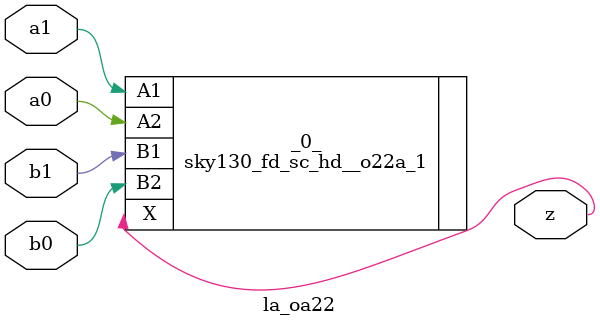
<source format=v>

/* Generated by Yosys 0.44 (git sha1 80ba43d26, g++ 11.4.0-1ubuntu1~22.04 -fPIC -O3) */

(* top =  1  *)
(* src = "generated" *)
module la_oa22 (
    a0,
    a1,
    b0,
    b1,
    z
);
  (* src = "generated" *)
  input a0;
  wire a0;
  (* src = "generated" *)
  input a1;
  wire a1;
  (* src = "generated" *)
  input b0;
  wire b0;
  (* src = "generated" *)
  input b1;
  wire b1;
  (* src = "generated" *)
  output z;
  wire z;
  sky130_fd_sc_hd__o22a_1 _0_ (
      .A1(a1),
      .A2(a0),
      .B1(b1),
      .B2(b0),
      .X (z)
  );
endmodule

</source>
